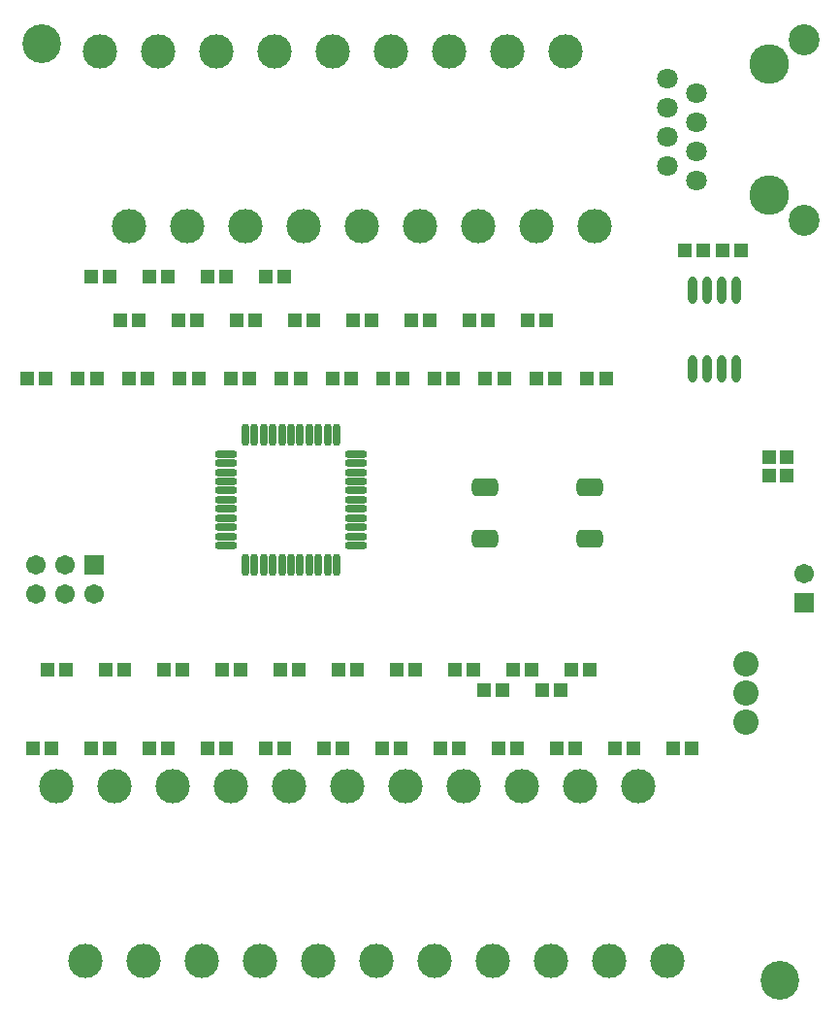
<source format=gts>
%FSLAX25Y25*%
%MOIN*%
G70*
G01*
G75*
G04 Layer_Color=8388736*
%ADD10O,0.02362X0.08661*%
%ADD11O,0.06890X0.02165*%
%ADD12O,0.02165X0.06890*%
G04:AMPARAMS|DCode=13|XSize=83mil|YSize=55mil|CornerRadius=13.75mil|HoleSize=0mil|Usage=FLASHONLY|Rotation=0.000|XOffset=0mil|YOffset=0mil|HoleType=Round|Shape=RoundedRectangle|*
%AMROUNDEDRECTD13*
21,1,0.08300,0.02750,0,0,0.0*
21,1,0.05550,0.05500,0,0,0.0*
1,1,0.02750,0.02775,-0.01375*
1,1,0.02750,-0.02775,-0.01375*
1,1,0.02750,-0.02775,0.01375*
1,1,0.02750,0.02775,0.01375*
%
%ADD13ROUNDEDRECTD13*%
%ADD14R,0.03937X0.03937*%
%ADD15R,0.03937X0.03937*%
%ADD16C,0.01500*%
%ADD17C,0.02000*%
%ADD18C,0.03000*%
%ADD19C,0.04000*%
%ADD20C,0.07874*%
%ADD21R,0.05906X0.05906*%
%ADD22C,0.05906*%
%ADD23R,0.05906X0.05906*%
%ADD24C,0.11000*%
%ADD25C,0.12500*%
%ADD26C,0.09843*%
%ADD27C,0.12795*%
%ADD28C,0.06299*%
%ADD29C,0.05000*%
%ADD30O,0.06299X0.01969*%
%ADD31R,0.03937X0.09449*%
%ADD32R,0.12992X0.09449*%
%ADD33O,0.02165X0.05512*%
%ADD34R,0.03347X0.01575*%
%ADD35O,0.02362X0.08858*%
G04:AMPARAMS|DCode=36|XSize=82.68mil|YSize=62.99mil|CornerRadius=15.75mil|HoleSize=0mil|Usage=FLASHONLY|Rotation=90.000|XOffset=0mil|YOffset=0mil|HoleType=Round|Shape=RoundedRectangle|*
%AMROUNDEDRECTD36*
21,1,0.08268,0.03150,0,0,90.0*
21,1,0.05118,0.06299,0,0,90.0*
1,1,0.03150,0.01575,0.02559*
1,1,0.03150,0.01575,-0.02559*
1,1,0.03150,-0.01575,-0.02559*
1,1,0.03150,-0.01575,0.02559*
%
%ADD36ROUNDEDRECTD36*%
G04:AMPARAMS|DCode=37|XSize=70.87mil|YSize=74.8mil|CornerRadius=17.72mil|HoleSize=0mil|Usage=FLASHONLY|Rotation=90.000|XOffset=0mil|YOffset=0mil|HoleType=Round|Shape=RoundedRectangle|*
%AMROUNDEDRECTD37*
21,1,0.07087,0.03937,0,0,90.0*
21,1,0.03543,0.07480,0,0,90.0*
1,1,0.03543,0.01969,0.01772*
1,1,0.03543,0.01969,-0.01772*
1,1,0.03543,-0.01969,-0.01772*
1,1,0.03543,-0.01969,0.01772*
%
%ADD37ROUNDEDRECTD37*%
G04:AMPARAMS|DCode=38|XSize=15.75mil|YSize=53.15mil|CornerRadius=3.94mil|HoleSize=0mil|Usage=FLASHONLY|Rotation=90.000|XOffset=0mil|YOffset=0mil|HoleType=Round|Shape=RoundedRectangle|*
%AMROUNDEDRECTD38*
21,1,0.01575,0.04528,0,0,90.0*
21,1,0.00787,0.05315,0,0,90.0*
1,1,0.00787,0.02264,0.00394*
1,1,0.00787,0.02264,-0.00394*
1,1,0.00787,-0.02264,-0.00394*
1,1,0.00787,-0.02264,0.00394*
%
%ADD38ROUNDEDRECTD38*%
G04:AMPARAMS|DCode=39|XSize=74.8mil|YSize=74.8mil|CornerRadius=18.7mil|HoleSize=0mil|Usage=FLASHONLY|Rotation=90.000|XOffset=0mil|YOffset=0mil|HoleType=Round|Shape=RoundedRectangle|*
%AMROUNDEDRECTD39*
21,1,0.07480,0.03740,0,0,90.0*
21,1,0.03740,0.07480,0,0,90.0*
1,1,0.03740,0.01870,0.01870*
1,1,0.03740,0.01870,-0.01870*
1,1,0.03740,-0.01870,-0.01870*
1,1,0.03740,-0.01870,0.01870*
%
%ADD39ROUNDEDRECTD39*%
%ADD40R,0.04724X0.06693*%
%ADD41R,0.08071X0.09843*%
%ADD42R,0.06496X0.04724*%
%ADD43R,0.03937X0.03740*%
%ADD44R,0.03740X0.03937*%
%ADD45R,0.04724X0.07677*%
%ADD46C,0.01000*%
%ADD47C,0.05000*%
%ADD48C,0.03500*%
%ADD49C,0.02362*%
%ADD50C,0.00984*%
%ADD51C,0.00100*%
%ADD52C,0.00787*%
%ADD53O,0.03162X0.09461*%
%ADD54O,0.07690X0.02965*%
%ADD55O,0.02965X0.07690*%
G04:AMPARAMS|DCode=56|XSize=91mil|YSize=63mil|CornerRadius=17.75mil|HoleSize=0mil|Usage=FLASHONLY|Rotation=0.000|XOffset=0mil|YOffset=0mil|HoleType=Round|Shape=RoundedRectangle|*
%AMROUNDEDRECTD56*
21,1,0.09100,0.02750,0,0,0.0*
21,1,0.05550,0.06300,0,0,0.0*
1,1,0.03550,0.02775,-0.01375*
1,1,0.03550,-0.02775,-0.01375*
1,1,0.03550,-0.02775,0.01375*
1,1,0.03550,0.02775,0.01375*
%
%ADD56ROUNDEDRECTD56*%
%ADD57R,0.04737X0.04737*%
%ADD58R,0.04737X0.04737*%
%ADD59C,0.08674*%
%ADD60R,0.06706X0.06706*%
%ADD61C,0.06706*%
%ADD62R,0.06706X0.06706*%
%ADD63C,0.11800*%
%ADD64C,0.13300*%
%ADD65C,0.10642*%
%ADD66C,0.13595*%
%ADD67C,0.07099*%
D53*
X423500Y375386D02*
D03*
X418500D02*
D03*
X413500D02*
D03*
X408500D02*
D03*
X423500Y348614D02*
D03*
X418500D02*
D03*
X413500D02*
D03*
X408500D02*
D03*
D54*
X248256Y287752D02*
D03*
Y290902D02*
D03*
Y294051D02*
D03*
Y297201D02*
D03*
Y300350D02*
D03*
Y303500D02*
D03*
Y306650D02*
D03*
Y309799D02*
D03*
Y312949D02*
D03*
Y316098D02*
D03*
Y319248D02*
D03*
X292744D02*
D03*
Y316098D02*
D03*
Y312949D02*
D03*
Y309799D02*
D03*
Y306650D02*
D03*
Y303500D02*
D03*
Y300350D02*
D03*
Y297201D02*
D03*
Y294051D02*
D03*
Y290902D02*
D03*
Y287752D02*
D03*
D55*
X254752Y325744D02*
D03*
X257902D02*
D03*
X261051D02*
D03*
X264201D02*
D03*
X267350D02*
D03*
X270500D02*
D03*
X273650D02*
D03*
X276799D02*
D03*
X279949D02*
D03*
X283098D02*
D03*
X286248D02*
D03*
Y281256D02*
D03*
X283098D02*
D03*
X279949D02*
D03*
X276799D02*
D03*
X273650D02*
D03*
X270500D02*
D03*
X267350D02*
D03*
X264201D02*
D03*
X261051D02*
D03*
X257902D02*
D03*
X254752D02*
D03*
D56*
X337300Y307900D02*
D03*
Y290200D02*
D03*
X373100Y307900D02*
D03*
Y290200D02*
D03*
D57*
X418752Y389000D02*
D03*
X425248D02*
D03*
X405752D02*
D03*
X412248D02*
D03*
X408248Y218000D02*
D03*
X401752D02*
D03*
X288248D02*
D03*
X281752D02*
D03*
X388248D02*
D03*
X381752D02*
D03*
X268248D02*
D03*
X261752D02*
D03*
X368248D02*
D03*
X361752D02*
D03*
X248248D02*
D03*
X241752D02*
D03*
X348248D02*
D03*
X341752D02*
D03*
X228248D02*
D03*
X221752D02*
D03*
X328248D02*
D03*
X321752D02*
D03*
X208248D02*
D03*
X201752D02*
D03*
X308248D02*
D03*
X301752D02*
D03*
X188248D02*
D03*
X181752D02*
D03*
X378748Y345000D02*
D03*
X372252D02*
D03*
X308748D02*
D03*
X302252D02*
D03*
X238748D02*
D03*
X232252D02*
D03*
X361248D02*
D03*
X354752D02*
D03*
X291248D02*
D03*
X284752D02*
D03*
X221248D02*
D03*
X214752D02*
D03*
X343748D02*
D03*
X337252D02*
D03*
X273748D02*
D03*
X267252D02*
D03*
X203748D02*
D03*
X197252D02*
D03*
X326248D02*
D03*
X319752D02*
D03*
X256248D02*
D03*
X249752D02*
D03*
X186248D02*
D03*
X179752D02*
D03*
X351752Y365000D02*
D03*
X358248D02*
D03*
X251752D02*
D03*
X258248D02*
D03*
X331752D02*
D03*
X338248D02*
D03*
X241752Y380000D02*
D03*
X248248D02*
D03*
X311752Y365000D02*
D03*
X318248D02*
D03*
X231752D02*
D03*
X238248D02*
D03*
X291752D02*
D03*
X298248D02*
D03*
X228248Y380000D02*
D03*
X221752D02*
D03*
X271752Y365000D02*
D03*
X278248D02*
D03*
X218248D02*
D03*
X211752D02*
D03*
X261752Y380000D02*
D03*
X268248D02*
D03*
X208248D02*
D03*
X201752D02*
D03*
X373248Y245000D02*
D03*
X366752D02*
D03*
X286752D02*
D03*
X293248D02*
D03*
X356752Y238000D02*
D03*
X363248D02*
D03*
X273248Y245000D02*
D03*
X266752D02*
D03*
X353248D02*
D03*
X346752D02*
D03*
X246752D02*
D03*
X253248D02*
D03*
X343248Y238000D02*
D03*
X336752D02*
D03*
X233248Y245000D02*
D03*
X226752D02*
D03*
X326752D02*
D03*
X333248D02*
D03*
X206752D02*
D03*
X213248D02*
D03*
X313248D02*
D03*
X306752D02*
D03*
X193248D02*
D03*
X186752D02*
D03*
D58*
X435000Y318248D02*
D03*
Y311752D02*
D03*
X441000D02*
D03*
Y318248D02*
D03*
D59*
X427000Y227000D02*
D03*
Y237000D02*
D03*
Y247000D02*
D03*
D60*
X203000Y281000D02*
D03*
D61*
Y271000D02*
D03*
X193000Y281000D02*
D03*
Y271000D02*
D03*
X183000Y281000D02*
D03*
Y271000D02*
D03*
X447000Y278000D02*
D03*
D62*
Y268000D02*
D03*
D63*
X350000Y205000D02*
D03*
X370000D02*
D03*
X360000Y145000D02*
D03*
X390000Y205000D02*
D03*
X380000Y145000D02*
D03*
X400000D02*
D03*
X340000D02*
D03*
X320000D02*
D03*
X330000Y205000D02*
D03*
X310000D02*
D03*
X375000Y397500D02*
D03*
X355000D02*
D03*
X365000Y457500D02*
D03*
X335000Y397500D02*
D03*
X345000Y457500D02*
D03*
X325000D02*
D03*
X300000Y145000D02*
D03*
X280000D02*
D03*
X290000Y205000D02*
D03*
X270000D02*
D03*
X285000Y457500D02*
D03*
X305000D02*
D03*
X295000Y397500D02*
D03*
X315000D02*
D03*
X260000Y145000D02*
D03*
X240000D02*
D03*
X250000Y205000D02*
D03*
X230000D02*
D03*
X245000Y457500D02*
D03*
X265000D02*
D03*
X255000Y397500D02*
D03*
X275000D02*
D03*
X220000Y145000D02*
D03*
X200000D02*
D03*
X210000Y205000D02*
D03*
X190000D02*
D03*
X205000Y457500D02*
D03*
X225000D02*
D03*
X215000Y397500D02*
D03*
X235000D02*
D03*
D64*
X438400Y138500D02*
D03*
X185000Y460000D02*
D03*
D65*
X447000Y399500D02*
D03*
Y461500D02*
D03*
D66*
X435000Y453000D02*
D03*
Y408000D02*
D03*
D67*
X400000Y448000D02*
D03*
X410000Y443000D02*
D03*
X400000Y438000D02*
D03*
X410000Y433000D02*
D03*
X400000Y428000D02*
D03*
X410000Y423000D02*
D03*
X400000Y418000D02*
D03*
X410000Y413000D02*
D03*
M02*

</source>
